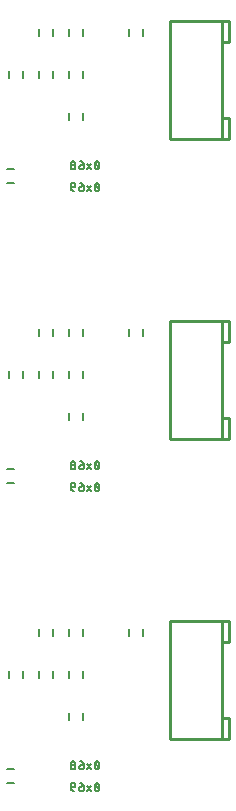
<source format=gbo>
G75*
%MOIN*%
%OFA0B0*%
%FSLAX25Y25*%
%IPPOS*%
%LPD*%
%AMOC8*
5,1,8,0,0,1.08239X$1,22.5*
%
%ADD10C,0.00500*%
%ADD11C,0.00600*%
%ADD12C,0.01000*%
D10*
X0323186Y0027250D02*
X0323186Y0028000D01*
X0323186Y0027250D02*
X0324086Y0027250D01*
X0323186Y0027250D02*
X0323188Y0027183D01*
X0323194Y0027116D01*
X0323203Y0027049D01*
X0323216Y0026983D01*
X0323233Y0026918D01*
X0323253Y0026854D01*
X0323277Y0026791D01*
X0323305Y0026729D01*
X0323336Y0026670D01*
X0323370Y0026612D01*
X0323407Y0026556D01*
X0323448Y0026502D01*
X0323491Y0026450D01*
X0323537Y0026401D01*
X0323586Y0026355D01*
X0323638Y0026312D01*
X0323692Y0026271D01*
X0323748Y0026234D01*
X0323806Y0026200D01*
X0323865Y0026169D01*
X0323927Y0026141D01*
X0323990Y0026117D01*
X0324054Y0026097D01*
X0324119Y0026080D01*
X0324185Y0026067D01*
X0324252Y0026058D01*
X0324319Y0026052D01*
X0324386Y0026050D01*
X0324086Y0027250D02*
X0324133Y0027252D01*
X0324180Y0027257D01*
X0324226Y0027267D01*
X0324271Y0027279D01*
X0324316Y0027296D01*
X0324358Y0027315D01*
X0324399Y0027338D01*
X0324439Y0027365D01*
X0324476Y0027394D01*
X0324510Y0027426D01*
X0324542Y0027460D01*
X0324571Y0027497D01*
X0324598Y0027537D01*
X0324621Y0027578D01*
X0324640Y0027620D01*
X0324657Y0027665D01*
X0324669Y0027710D01*
X0324679Y0027756D01*
X0324684Y0027803D01*
X0324686Y0027850D01*
X0324686Y0028000D01*
X0324684Y0028054D01*
X0324678Y0028107D01*
X0324669Y0028159D01*
X0324656Y0028211D01*
X0324639Y0028262D01*
X0324618Y0028312D01*
X0324594Y0028359D01*
X0324567Y0028405D01*
X0324536Y0028449D01*
X0324503Y0028491D01*
X0324466Y0028530D01*
X0324427Y0028567D01*
X0324385Y0028600D01*
X0324341Y0028631D01*
X0324295Y0028658D01*
X0324248Y0028682D01*
X0324198Y0028703D01*
X0324147Y0028720D01*
X0324095Y0028733D01*
X0324043Y0028742D01*
X0323990Y0028748D01*
X0323936Y0028750D01*
X0323882Y0028748D01*
X0323829Y0028742D01*
X0323777Y0028733D01*
X0323725Y0028720D01*
X0323674Y0028703D01*
X0323624Y0028682D01*
X0323577Y0028658D01*
X0323531Y0028631D01*
X0323487Y0028600D01*
X0323445Y0028567D01*
X0323406Y0028530D01*
X0323369Y0028491D01*
X0323336Y0028449D01*
X0323305Y0028405D01*
X0323278Y0028359D01*
X0323254Y0028312D01*
X0323233Y0028262D01*
X0323216Y0028211D01*
X0323203Y0028159D01*
X0323194Y0028107D01*
X0323188Y0028054D01*
X0323186Y0028000D01*
X0326066Y0026950D02*
X0326066Y0026800D01*
X0326066Y0026950D02*
X0326068Y0026997D01*
X0326073Y0027044D01*
X0326083Y0027090D01*
X0326095Y0027135D01*
X0326112Y0027180D01*
X0326131Y0027222D01*
X0326154Y0027263D01*
X0326181Y0027303D01*
X0326210Y0027340D01*
X0326242Y0027374D01*
X0326276Y0027406D01*
X0326313Y0027435D01*
X0326353Y0027462D01*
X0326394Y0027485D01*
X0326436Y0027504D01*
X0326481Y0027521D01*
X0326526Y0027533D01*
X0326572Y0027543D01*
X0326619Y0027548D01*
X0326666Y0027550D01*
X0327566Y0027550D01*
X0327566Y0026800D01*
X0327564Y0026746D01*
X0327558Y0026693D01*
X0327549Y0026641D01*
X0327536Y0026589D01*
X0327519Y0026538D01*
X0327498Y0026488D01*
X0327474Y0026441D01*
X0327447Y0026395D01*
X0327416Y0026351D01*
X0327383Y0026309D01*
X0327346Y0026270D01*
X0327307Y0026233D01*
X0327265Y0026200D01*
X0327221Y0026169D01*
X0327175Y0026142D01*
X0327128Y0026118D01*
X0327078Y0026097D01*
X0327027Y0026080D01*
X0326975Y0026067D01*
X0326923Y0026058D01*
X0326870Y0026052D01*
X0326816Y0026050D01*
X0326762Y0026052D01*
X0326709Y0026058D01*
X0326657Y0026067D01*
X0326605Y0026080D01*
X0326554Y0026097D01*
X0326504Y0026118D01*
X0326457Y0026142D01*
X0326411Y0026169D01*
X0326367Y0026200D01*
X0326325Y0026233D01*
X0326286Y0026270D01*
X0326249Y0026309D01*
X0326216Y0026351D01*
X0326185Y0026395D01*
X0326158Y0026441D01*
X0326134Y0026488D01*
X0326113Y0026538D01*
X0326096Y0026589D01*
X0326083Y0026641D01*
X0326074Y0026693D01*
X0326068Y0026746D01*
X0326066Y0026800D01*
X0327566Y0027550D02*
X0327564Y0027617D01*
X0327558Y0027684D01*
X0327549Y0027751D01*
X0327536Y0027817D01*
X0327519Y0027882D01*
X0327499Y0027946D01*
X0327475Y0028009D01*
X0327447Y0028071D01*
X0327416Y0028130D01*
X0327382Y0028188D01*
X0327345Y0028244D01*
X0327304Y0028298D01*
X0327261Y0028350D01*
X0327215Y0028399D01*
X0327166Y0028445D01*
X0327114Y0028488D01*
X0327060Y0028529D01*
X0327004Y0028566D01*
X0326946Y0028600D01*
X0326887Y0028631D01*
X0326825Y0028659D01*
X0326762Y0028683D01*
X0326698Y0028703D01*
X0326633Y0028720D01*
X0326567Y0028733D01*
X0326500Y0028742D01*
X0326433Y0028748D01*
X0326366Y0028750D01*
X0328808Y0027850D02*
X0330008Y0026050D01*
X0328808Y0026050D02*
X0330008Y0027850D01*
X0332750Y0027400D02*
X0332748Y0027308D01*
X0332742Y0027217D01*
X0332733Y0027125D01*
X0332720Y0027035D01*
X0332703Y0026944D01*
X0332682Y0026855D01*
X0332658Y0026767D01*
X0332630Y0026679D01*
X0332599Y0026593D01*
X0332563Y0026508D01*
X0332525Y0026425D01*
X0332600Y0026650D02*
X0331400Y0028150D01*
X0331475Y0028375D02*
X0331492Y0028418D01*
X0331512Y0028459D01*
X0331535Y0028498D01*
X0331562Y0028536D01*
X0331592Y0028571D01*
X0331624Y0028603D01*
X0331659Y0028633D01*
X0331696Y0028660D01*
X0331736Y0028683D01*
X0331777Y0028703D01*
X0331820Y0028720D01*
X0331864Y0028733D01*
X0331909Y0028742D01*
X0331954Y0028748D01*
X0332000Y0028750D01*
X0332046Y0028748D01*
X0332091Y0028742D01*
X0332136Y0028733D01*
X0332180Y0028720D01*
X0332223Y0028703D01*
X0332264Y0028683D01*
X0332304Y0028660D01*
X0332341Y0028633D01*
X0332376Y0028603D01*
X0332408Y0028571D01*
X0332438Y0028536D01*
X0332465Y0028498D01*
X0332488Y0028459D01*
X0332508Y0028418D01*
X0332525Y0028375D01*
X0331250Y0027400D02*
X0331252Y0027308D01*
X0331258Y0027217D01*
X0331267Y0027125D01*
X0331280Y0027035D01*
X0331297Y0026944D01*
X0331318Y0026855D01*
X0331342Y0026767D01*
X0331370Y0026679D01*
X0331401Y0026593D01*
X0331437Y0026508D01*
X0331475Y0026425D01*
X0331492Y0026382D01*
X0331512Y0026341D01*
X0331535Y0026302D01*
X0331562Y0026264D01*
X0331592Y0026229D01*
X0331624Y0026197D01*
X0331659Y0026167D01*
X0331696Y0026140D01*
X0331736Y0026117D01*
X0331777Y0026097D01*
X0331820Y0026080D01*
X0331864Y0026067D01*
X0331909Y0026058D01*
X0331954Y0026052D01*
X0332000Y0026050D01*
X0332046Y0026052D01*
X0332091Y0026058D01*
X0332136Y0026067D01*
X0332180Y0026080D01*
X0332223Y0026097D01*
X0332264Y0026117D01*
X0332304Y0026140D01*
X0332341Y0026167D01*
X0332376Y0026197D01*
X0332408Y0026229D01*
X0332438Y0026264D01*
X0332465Y0026302D01*
X0332488Y0026341D01*
X0332508Y0026382D01*
X0332525Y0026425D01*
X0331250Y0027400D02*
X0331252Y0027492D01*
X0331258Y0027583D01*
X0331267Y0027675D01*
X0331280Y0027765D01*
X0331297Y0027856D01*
X0331318Y0027945D01*
X0331342Y0028033D01*
X0331370Y0028121D01*
X0331401Y0028207D01*
X0331437Y0028292D01*
X0331475Y0028375D01*
X0332525Y0028375D02*
X0332563Y0028292D01*
X0332599Y0028207D01*
X0332630Y0028121D01*
X0332658Y0028033D01*
X0332682Y0027945D01*
X0332703Y0027856D01*
X0332720Y0027765D01*
X0332733Y0027675D01*
X0332742Y0027583D01*
X0332748Y0027492D01*
X0332750Y0027400D01*
X0332000Y0033250D02*
X0331954Y0033252D01*
X0331909Y0033258D01*
X0331864Y0033267D01*
X0331820Y0033280D01*
X0331777Y0033297D01*
X0331736Y0033317D01*
X0331696Y0033340D01*
X0331659Y0033367D01*
X0331624Y0033397D01*
X0331592Y0033429D01*
X0331562Y0033464D01*
X0331535Y0033502D01*
X0331512Y0033541D01*
X0331492Y0033582D01*
X0331475Y0033625D01*
X0332000Y0033250D02*
X0332046Y0033252D01*
X0332091Y0033258D01*
X0332136Y0033267D01*
X0332180Y0033280D01*
X0332223Y0033297D01*
X0332264Y0033317D01*
X0332304Y0033340D01*
X0332341Y0033367D01*
X0332376Y0033397D01*
X0332408Y0033429D01*
X0332438Y0033464D01*
X0332465Y0033502D01*
X0332488Y0033541D01*
X0332508Y0033582D01*
X0332525Y0033625D01*
X0332600Y0033850D02*
X0331400Y0035350D01*
X0331475Y0035575D02*
X0331492Y0035618D01*
X0331512Y0035659D01*
X0331535Y0035698D01*
X0331562Y0035736D01*
X0331592Y0035771D01*
X0331624Y0035803D01*
X0331659Y0035833D01*
X0331696Y0035860D01*
X0331736Y0035883D01*
X0331777Y0035903D01*
X0331820Y0035920D01*
X0331864Y0035933D01*
X0331909Y0035942D01*
X0331954Y0035948D01*
X0332000Y0035950D01*
X0332046Y0035948D01*
X0332091Y0035942D01*
X0332136Y0035933D01*
X0332180Y0035920D01*
X0332223Y0035903D01*
X0332264Y0035883D01*
X0332304Y0035860D01*
X0332341Y0035833D01*
X0332376Y0035803D01*
X0332408Y0035771D01*
X0332438Y0035736D01*
X0332465Y0035698D01*
X0332488Y0035659D01*
X0332508Y0035618D01*
X0332525Y0035575D01*
X0331250Y0034600D02*
X0331252Y0034508D01*
X0331258Y0034417D01*
X0331267Y0034325D01*
X0331280Y0034235D01*
X0331297Y0034144D01*
X0331318Y0034055D01*
X0331342Y0033967D01*
X0331370Y0033879D01*
X0331401Y0033793D01*
X0331437Y0033708D01*
X0331475Y0033625D01*
X0332525Y0033625D02*
X0332563Y0033708D01*
X0332599Y0033793D01*
X0332630Y0033879D01*
X0332658Y0033967D01*
X0332682Y0034055D01*
X0332703Y0034144D01*
X0332720Y0034235D01*
X0332733Y0034325D01*
X0332742Y0034417D01*
X0332748Y0034508D01*
X0332750Y0034600D01*
X0331250Y0034600D02*
X0331252Y0034692D01*
X0331258Y0034783D01*
X0331267Y0034875D01*
X0331280Y0034965D01*
X0331297Y0035056D01*
X0331318Y0035145D01*
X0331342Y0035233D01*
X0331370Y0035321D01*
X0331401Y0035407D01*
X0331437Y0035492D01*
X0331475Y0035575D01*
X0332525Y0035575D02*
X0332563Y0035492D01*
X0332599Y0035407D01*
X0332630Y0035321D01*
X0332658Y0035233D01*
X0332682Y0035145D01*
X0332703Y0035056D01*
X0332720Y0034965D01*
X0332733Y0034875D01*
X0332742Y0034783D01*
X0332748Y0034692D01*
X0332750Y0034600D01*
X0330008Y0035050D02*
X0328808Y0033250D01*
X0330008Y0033250D02*
X0328808Y0035050D01*
X0327566Y0034750D02*
X0327566Y0034000D01*
X0327564Y0033946D01*
X0327558Y0033893D01*
X0327549Y0033841D01*
X0327536Y0033789D01*
X0327519Y0033738D01*
X0327498Y0033688D01*
X0327474Y0033641D01*
X0327447Y0033595D01*
X0327416Y0033551D01*
X0327383Y0033509D01*
X0327346Y0033470D01*
X0327307Y0033433D01*
X0327265Y0033400D01*
X0327221Y0033369D01*
X0327175Y0033342D01*
X0327128Y0033318D01*
X0327078Y0033297D01*
X0327027Y0033280D01*
X0326975Y0033267D01*
X0326923Y0033258D01*
X0326870Y0033252D01*
X0326816Y0033250D01*
X0326762Y0033252D01*
X0326709Y0033258D01*
X0326657Y0033267D01*
X0326605Y0033280D01*
X0326554Y0033297D01*
X0326504Y0033318D01*
X0326457Y0033342D01*
X0326411Y0033369D01*
X0326367Y0033400D01*
X0326325Y0033433D01*
X0326286Y0033470D01*
X0326249Y0033509D01*
X0326216Y0033551D01*
X0326185Y0033595D01*
X0326158Y0033641D01*
X0326134Y0033688D01*
X0326113Y0033738D01*
X0326096Y0033789D01*
X0326083Y0033841D01*
X0326074Y0033893D01*
X0326068Y0033946D01*
X0326066Y0034000D01*
X0326066Y0034150D01*
X0326068Y0034197D01*
X0326073Y0034244D01*
X0326083Y0034290D01*
X0326095Y0034335D01*
X0326112Y0034380D01*
X0326131Y0034422D01*
X0326154Y0034463D01*
X0326181Y0034503D01*
X0326210Y0034540D01*
X0326242Y0034574D01*
X0326276Y0034606D01*
X0326313Y0034635D01*
X0326353Y0034662D01*
X0326394Y0034685D01*
X0326436Y0034704D01*
X0326481Y0034721D01*
X0326526Y0034733D01*
X0326572Y0034743D01*
X0326619Y0034748D01*
X0326666Y0034750D01*
X0327566Y0034750D01*
X0327564Y0034817D01*
X0327558Y0034884D01*
X0327549Y0034951D01*
X0327536Y0035017D01*
X0327519Y0035082D01*
X0327499Y0035146D01*
X0327475Y0035209D01*
X0327447Y0035271D01*
X0327416Y0035330D01*
X0327382Y0035388D01*
X0327345Y0035444D01*
X0327304Y0035498D01*
X0327261Y0035550D01*
X0327215Y0035599D01*
X0327166Y0035645D01*
X0327114Y0035688D01*
X0327060Y0035729D01*
X0327004Y0035766D01*
X0326946Y0035800D01*
X0326887Y0035831D01*
X0326825Y0035859D01*
X0326762Y0035883D01*
X0326698Y0035903D01*
X0326633Y0035920D01*
X0326567Y0035933D01*
X0326500Y0035942D01*
X0326433Y0035948D01*
X0326366Y0035950D01*
X0324536Y0035350D02*
X0324534Y0035302D01*
X0324528Y0035254D01*
X0324519Y0035206D01*
X0324505Y0035160D01*
X0324488Y0035115D01*
X0324467Y0035071D01*
X0324443Y0035029D01*
X0324416Y0034990D01*
X0324385Y0034952D01*
X0324352Y0034917D01*
X0324315Y0034885D01*
X0324277Y0034856D01*
X0324236Y0034830D01*
X0324193Y0034808D01*
X0324149Y0034789D01*
X0324103Y0034774D01*
X0324056Y0034762D01*
X0324008Y0034754D01*
X0323960Y0034750D01*
X0323912Y0034750D01*
X0323864Y0034754D01*
X0323816Y0034762D01*
X0323769Y0034774D01*
X0323723Y0034789D01*
X0323679Y0034808D01*
X0323636Y0034830D01*
X0323595Y0034856D01*
X0323557Y0034885D01*
X0323520Y0034917D01*
X0323487Y0034952D01*
X0323456Y0034990D01*
X0323429Y0035029D01*
X0323405Y0035071D01*
X0323384Y0035115D01*
X0323367Y0035160D01*
X0323353Y0035206D01*
X0323344Y0035254D01*
X0323338Y0035302D01*
X0323336Y0035350D01*
X0323338Y0035398D01*
X0323344Y0035446D01*
X0323353Y0035494D01*
X0323367Y0035540D01*
X0323384Y0035585D01*
X0323405Y0035629D01*
X0323429Y0035671D01*
X0323456Y0035710D01*
X0323487Y0035748D01*
X0323520Y0035783D01*
X0323557Y0035815D01*
X0323595Y0035844D01*
X0323636Y0035870D01*
X0323679Y0035892D01*
X0323723Y0035911D01*
X0323769Y0035926D01*
X0323816Y0035938D01*
X0323864Y0035946D01*
X0323912Y0035950D01*
X0323960Y0035950D01*
X0324008Y0035946D01*
X0324056Y0035938D01*
X0324103Y0035926D01*
X0324149Y0035911D01*
X0324193Y0035892D01*
X0324236Y0035870D01*
X0324277Y0035844D01*
X0324315Y0035815D01*
X0324352Y0035783D01*
X0324385Y0035748D01*
X0324416Y0035710D01*
X0324443Y0035671D01*
X0324467Y0035629D01*
X0324488Y0035585D01*
X0324505Y0035540D01*
X0324519Y0035494D01*
X0324528Y0035446D01*
X0324534Y0035398D01*
X0324536Y0035350D01*
X0324686Y0034000D02*
X0324684Y0033946D01*
X0324678Y0033893D01*
X0324669Y0033841D01*
X0324656Y0033789D01*
X0324639Y0033738D01*
X0324618Y0033688D01*
X0324594Y0033641D01*
X0324567Y0033595D01*
X0324536Y0033551D01*
X0324503Y0033509D01*
X0324466Y0033470D01*
X0324427Y0033433D01*
X0324385Y0033400D01*
X0324341Y0033369D01*
X0324295Y0033342D01*
X0324248Y0033318D01*
X0324198Y0033297D01*
X0324147Y0033280D01*
X0324095Y0033267D01*
X0324043Y0033258D01*
X0323990Y0033252D01*
X0323936Y0033250D01*
X0323882Y0033252D01*
X0323829Y0033258D01*
X0323777Y0033267D01*
X0323725Y0033280D01*
X0323674Y0033297D01*
X0323624Y0033318D01*
X0323577Y0033342D01*
X0323531Y0033369D01*
X0323487Y0033400D01*
X0323445Y0033433D01*
X0323406Y0033470D01*
X0323369Y0033509D01*
X0323336Y0033551D01*
X0323305Y0033595D01*
X0323278Y0033641D01*
X0323254Y0033688D01*
X0323233Y0033738D01*
X0323216Y0033789D01*
X0323203Y0033841D01*
X0323194Y0033893D01*
X0323188Y0033946D01*
X0323186Y0034000D01*
X0323188Y0034054D01*
X0323194Y0034107D01*
X0323203Y0034159D01*
X0323216Y0034211D01*
X0323233Y0034262D01*
X0323254Y0034312D01*
X0323278Y0034359D01*
X0323305Y0034405D01*
X0323336Y0034449D01*
X0323369Y0034491D01*
X0323406Y0034530D01*
X0323445Y0034567D01*
X0323487Y0034600D01*
X0323531Y0034631D01*
X0323577Y0034658D01*
X0323624Y0034682D01*
X0323674Y0034703D01*
X0323725Y0034720D01*
X0323777Y0034733D01*
X0323829Y0034742D01*
X0323882Y0034748D01*
X0323936Y0034750D01*
X0323990Y0034748D01*
X0324043Y0034742D01*
X0324095Y0034733D01*
X0324147Y0034720D01*
X0324198Y0034703D01*
X0324248Y0034682D01*
X0324295Y0034658D01*
X0324341Y0034631D01*
X0324385Y0034600D01*
X0324427Y0034567D01*
X0324466Y0034530D01*
X0324503Y0034491D01*
X0324536Y0034449D01*
X0324567Y0034405D01*
X0324594Y0034359D01*
X0324618Y0034312D01*
X0324639Y0034262D01*
X0324656Y0034211D01*
X0324669Y0034159D01*
X0324678Y0034107D01*
X0324684Y0034054D01*
X0324686Y0034000D01*
X0361063Y0082685D02*
X0368937Y0082685D01*
X0332600Y0126650D02*
X0331400Y0128150D01*
X0331475Y0128375D02*
X0331492Y0128418D01*
X0331512Y0128459D01*
X0331535Y0128498D01*
X0331562Y0128536D01*
X0331592Y0128571D01*
X0331624Y0128603D01*
X0331659Y0128633D01*
X0331696Y0128660D01*
X0331736Y0128683D01*
X0331777Y0128703D01*
X0331820Y0128720D01*
X0331864Y0128733D01*
X0331909Y0128742D01*
X0331954Y0128748D01*
X0332000Y0128750D01*
X0332046Y0128748D01*
X0332091Y0128742D01*
X0332136Y0128733D01*
X0332180Y0128720D01*
X0332223Y0128703D01*
X0332264Y0128683D01*
X0332304Y0128660D01*
X0332341Y0128633D01*
X0332376Y0128603D01*
X0332408Y0128571D01*
X0332438Y0128536D01*
X0332465Y0128498D01*
X0332488Y0128459D01*
X0332508Y0128418D01*
X0332525Y0128375D01*
X0331250Y0127400D02*
X0331252Y0127308D01*
X0331258Y0127217D01*
X0331267Y0127125D01*
X0331280Y0127035D01*
X0331297Y0126944D01*
X0331318Y0126855D01*
X0331342Y0126767D01*
X0331370Y0126679D01*
X0331401Y0126593D01*
X0331437Y0126508D01*
X0331475Y0126425D01*
X0331492Y0126382D01*
X0331512Y0126341D01*
X0331535Y0126302D01*
X0331562Y0126264D01*
X0331592Y0126229D01*
X0331624Y0126197D01*
X0331659Y0126167D01*
X0331696Y0126140D01*
X0331736Y0126117D01*
X0331777Y0126097D01*
X0331820Y0126080D01*
X0331864Y0126067D01*
X0331909Y0126058D01*
X0331954Y0126052D01*
X0332000Y0126050D01*
X0332046Y0126052D01*
X0332091Y0126058D01*
X0332136Y0126067D01*
X0332180Y0126080D01*
X0332223Y0126097D01*
X0332264Y0126117D01*
X0332304Y0126140D01*
X0332341Y0126167D01*
X0332376Y0126197D01*
X0332408Y0126229D01*
X0332438Y0126264D01*
X0332465Y0126302D01*
X0332488Y0126341D01*
X0332508Y0126382D01*
X0332525Y0126425D01*
X0331250Y0127400D02*
X0331252Y0127492D01*
X0331258Y0127583D01*
X0331267Y0127675D01*
X0331280Y0127765D01*
X0331297Y0127856D01*
X0331318Y0127945D01*
X0331342Y0128033D01*
X0331370Y0128121D01*
X0331401Y0128207D01*
X0331437Y0128292D01*
X0331475Y0128375D01*
X0332750Y0127400D02*
X0332748Y0127308D01*
X0332742Y0127217D01*
X0332733Y0127125D01*
X0332720Y0127035D01*
X0332703Y0126944D01*
X0332682Y0126855D01*
X0332658Y0126767D01*
X0332630Y0126679D01*
X0332599Y0126593D01*
X0332563Y0126508D01*
X0332525Y0126425D01*
X0332750Y0127400D02*
X0332748Y0127492D01*
X0332742Y0127583D01*
X0332733Y0127675D01*
X0332720Y0127765D01*
X0332703Y0127856D01*
X0332682Y0127945D01*
X0332658Y0128033D01*
X0332630Y0128121D01*
X0332599Y0128207D01*
X0332563Y0128292D01*
X0332525Y0128375D01*
X0330008Y0127850D02*
X0328808Y0126050D01*
X0330008Y0126050D02*
X0328808Y0127850D01*
X0327566Y0127550D02*
X0327566Y0126800D01*
X0327564Y0126746D01*
X0327558Y0126693D01*
X0327549Y0126641D01*
X0327536Y0126589D01*
X0327519Y0126538D01*
X0327498Y0126488D01*
X0327474Y0126441D01*
X0327447Y0126395D01*
X0327416Y0126351D01*
X0327383Y0126309D01*
X0327346Y0126270D01*
X0327307Y0126233D01*
X0327265Y0126200D01*
X0327221Y0126169D01*
X0327175Y0126142D01*
X0327128Y0126118D01*
X0327078Y0126097D01*
X0327027Y0126080D01*
X0326975Y0126067D01*
X0326923Y0126058D01*
X0326870Y0126052D01*
X0326816Y0126050D01*
X0326762Y0126052D01*
X0326709Y0126058D01*
X0326657Y0126067D01*
X0326605Y0126080D01*
X0326554Y0126097D01*
X0326504Y0126118D01*
X0326457Y0126142D01*
X0326411Y0126169D01*
X0326367Y0126200D01*
X0326325Y0126233D01*
X0326286Y0126270D01*
X0326249Y0126309D01*
X0326216Y0126351D01*
X0326185Y0126395D01*
X0326158Y0126441D01*
X0326134Y0126488D01*
X0326113Y0126538D01*
X0326096Y0126589D01*
X0326083Y0126641D01*
X0326074Y0126693D01*
X0326068Y0126746D01*
X0326066Y0126800D01*
X0326066Y0126950D01*
X0326068Y0126997D01*
X0326073Y0127044D01*
X0326083Y0127090D01*
X0326095Y0127135D01*
X0326112Y0127180D01*
X0326131Y0127222D01*
X0326154Y0127263D01*
X0326181Y0127303D01*
X0326210Y0127340D01*
X0326242Y0127374D01*
X0326276Y0127406D01*
X0326313Y0127435D01*
X0326353Y0127462D01*
X0326394Y0127485D01*
X0326436Y0127504D01*
X0326481Y0127521D01*
X0326526Y0127533D01*
X0326572Y0127543D01*
X0326619Y0127548D01*
X0326666Y0127550D01*
X0327566Y0127550D01*
X0327564Y0127617D01*
X0327558Y0127684D01*
X0327549Y0127751D01*
X0327536Y0127817D01*
X0327519Y0127882D01*
X0327499Y0127946D01*
X0327475Y0128009D01*
X0327447Y0128071D01*
X0327416Y0128130D01*
X0327382Y0128188D01*
X0327345Y0128244D01*
X0327304Y0128298D01*
X0327261Y0128350D01*
X0327215Y0128399D01*
X0327166Y0128445D01*
X0327114Y0128488D01*
X0327060Y0128529D01*
X0327004Y0128566D01*
X0326946Y0128600D01*
X0326887Y0128631D01*
X0326825Y0128659D01*
X0326762Y0128683D01*
X0326698Y0128703D01*
X0326633Y0128720D01*
X0326567Y0128733D01*
X0326500Y0128742D01*
X0326433Y0128748D01*
X0326366Y0128750D01*
X0324686Y0128000D02*
X0324686Y0127850D01*
X0324684Y0127803D01*
X0324679Y0127756D01*
X0324669Y0127710D01*
X0324657Y0127665D01*
X0324640Y0127620D01*
X0324621Y0127578D01*
X0324598Y0127537D01*
X0324571Y0127497D01*
X0324542Y0127460D01*
X0324510Y0127426D01*
X0324476Y0127394D01*
X0324439Y0127365D01*
X0324399Y0127338D01*
X0324358Y0127315D01*
X0324316Y0127296D01*
X0324271Y0127279D01*
X0324226Y0127267D01*
X0324180Y0127257D01*
X0324133Y0127252D01*
X0324086Y0127250D01*
X0323186Y0127250D01*
X0323186Y0128000D01*
X0323188Y0128054D01*
X0323194Y0128107D01*
X0323203Y0128159D01*
X0323216Y0128211D01*
X0323233Y0128262D01*
X0323254Y0128312D01*
X0323278Y0128359D01*
X0323305Y0128405D01*
X0323336Y0128449D01*
X0323369Y0128491D01*
X0323406Y0128530D01*
X0323445Y0128567D01*
X0323487Y0128600D01*
X0323531Y0128631D01*
X0323577Y0128658D01*
X0323624Y0128682D01*
X0323674Y0128703D01*
X0323725Y0128720D01*
X0323777Y0128733D01*
X0323829Y0128742D01*
X0323882Y0128748D01*
X0323936Y0128750D01*
X0323990Y0128748D01*
X0324043Y0128742D01*
X0324095Y0128733D01*
X0324147Y0128720D01*
X0324198Y0128703D01*
X0324248Y0128682D01*
X0324295Y0128658D01*
X0324341Y0128631D01*
X0324385Y0128600D01*
X0324427Y0128567D01*
X0324466Y0128530D01*
X0324503Y0128491D01*
X0324536Y0128449D01*
X0324567Y0128405D01*
X0324594Y0128359D01*
X0324618Y0128312D01*
X0324639Y0128262D01*
X0324656Y0128211D01*
X0324669Y0128159D01*
X0324678Y0128107D01*
X0324684Y0128054D01*
X0324686Y0128000D01*
X0323186Y0127250D02*
X0323188Y0127183D01*
X0323194Y0127116D01*
X0323203Y0127049D01*
X0323216Y0126983D01*
X0323233Y0126918D01*
X0323253Y0126854D01*
X0323277Y0126791D01*
X0323305Y0126729D01*
X0323336Y0126670D01*
X0323370Y0126612D01*
X0323407Y0126556D01*
X0323448Y0126502D01*
X0323491Y0126450D01*
X0323537Y0126401D01*
X0323586Y0126355D01*
X0323638Y0126312D01*
X0323692Y0126271D01*
X0323748Y0126234D01*
X0323806Y0126200D01*
X0323865Y0126169D01*
X0323927Y0126141D01*
X0323990Y0126117D01*
X0324054Y0126097D01*
X0324119Y0126080D01*
X0324185Y0126067D01*
X0324252Y0126058D01*
X0324319Y0126052D01*
X0324386Y0126050D01*
X0324686Y0134000D02*
X0324684Y0133946D01*
X0324678Y0133893D01*
X0324669Y0133841D01*
X0324656Y0133789D01*
X0324639Y0133738D01*
X0324618Y0133688D01*
X0324594Y0133641D01*
X0324567Y0133595D01*
X0324536Y0133551D01*
X0324503Y0133509D01*
X0324466Y0133470D01*
X0324427Y0133433D01*
X0324385Y0133400D01*
X0324341Y0133369D01*
X0324295Y0133342D01*
X0324248Y0133318D01*
X0324198Y0133297D01*
X0324147Y0133280D01*
X0324095Y0133267D01*
X0324043Y0133258D01*
X0323990Y0133252D01*
X0323936Y0133250D01*
X0323882Y0133252D01*
X0323829Y0133258D01*
X0323777Y0133267D01*
X0323725Y0133280D01*
X0323674Y0133297D01*
X0323624Y0133318D01*
X0323577Y0133342D01*
X0323531Y0133369D01*
X0323487Y0133400D01*
X0323445Y0133433D01*
X0323406Y0133470D01*
X0323369Y0133509D01*
X0323336Y0133551D01*
X0323305Y0133595D01*
X0323278Y0133641D01*
X0323254Y0133688D01*
X0323233Y0133738D01*
X0323216Y0133789D01*
X0323203Y0133841D01*
X0323194Y0133893D01*
X0323188Y0133946D01*
X0323186Y0134000D01*
X0323188Y0134054D01*
X0323194Y0134107D01*
X0323203Y0134159D01*
X0323216Y0134211D01*
X0323233Y0134262D01*
X0323254Y0134312D01*
X0323278Y0134359D01*
X0323305Y0134405D01*
X0323336Y0134449D01*
X0323369Y0134491D01*
X0323406Y0134530D01*
X0323445Y0134567D01*
X0323487Y0134600D01*
X0323531Y0134631D01*
X0323577Y0134658D01*
X0323624Y0134682D01*
X0323674Y0134703D01*
X0323725Y0134720D01*
X0323777Y0134733D01*
X0323829Y0134742D01*
X0323882Y0134748D01*
X0323936Y0134750D01*
X0323990Y0134748D01*
X0324043Y0134742D01*
X0324095Y0134733D01*
X0324147Y0134720D01*
X0324198Y0134703D01*
X0324248Y0134682D01*
X0324295Y0134658D01*
X0324341Y0134631D01*
X0324385Y0134600D01*
X0324427Y0134567D01*
X0324466Y0134530D01*
X0324503Y0134491D01*
X0324536Y0134449D01*
X0324567Y0134405D01*
X0324594Y0134359D01*
X0324618Y0134312D01*
X0324639Y0134262D01*
X0324656Y0134211D01*
X0324669Y0134159D01*
X0324678Y0134107D01*
X0324684Y0134054D01*
X0324686Y0134000D01*
X0326066Y0134000D02*
X0326066Y0134150D01*
X0326068Y0134197D01*
X0326073Y0134244D01*
X0326083Y0134290D01*
X0326095Y0134335D01*
X0326112Y0134380D01*
X0326131Y0134422D01*
X0326154Y0134463D01*
X0326181Y0134503D01*
X0326210Y0134540D01*
X0326242Y0134574D01*
X0326276Y0134606D01*
X0326313Y0134635D01*
X0326353Y0134662D01*
X0326394Y0134685D01*
X0326436Y0134704D01*
X0326481Y0134721D01*
X0326526Y0134733D01*
X0326572Y0134743D01*
X0326619Y0134748D01*
X0326666Y0134750D01*
X0327566Y0134750D01*
X0327566Y0134000D01*
X0327564Y0133946D01*
X0327558Y0133893D01*
X0327549Y0133841D01*
X0327536Y0133789D01*
X0327519Y0133738D01*
X0327498Y0133688D01*
X0327474Y0133641D01*
X0327447Y0133595D01*
X0327416Y0133551D01*
X0327383Y0133509D01*
X0327346Y0133470D01*
X0327307Y0133433D01*
X0327265Y0133400D01*
X0327221Y0133369D01*
X0327175Y0133342D01*
X0327128Y0133318D01*
X0327078Y0133297D01*
X0327027Y0133280D01*
X0326975Y0133267D01*
X0326923Y0133258D01*
X0326870Y0133252D01*
X0326816Y0133250D01*
X0326762Y0133252D01*
X0326709Y0133258D01*
X0326657Y0133267D01*
X0326605Y0133280D01*
X0326554Y0133297D01*
X0326504Y0133318D01*
X0326457Y0133342D01*
X0326411Y0133369D01*
X0326367Y0133400D01*
X0326325Y0133433D01*
X0326286Y0133470D01*
X0326249Y0133509D01*
X0326216Y0133551D01*
X0326185Y0133595D01*
X0326158Y0133641D01*
X0326134Y0133688D01*
X0326113Y0133738D01*
X0326096Y0133789D01*
X0326083Y0133841D01*
X0326074Y0133893D01*
X0326068Y0133946D01*
X0326066Y0134000D01*
X0327566Y0134750D02*
X0327564Y0134817D01*
X0327558Y0134884D01*
X0327549Y0134951D01*
X0327536Y0135017D01*
X0327519Y0135082D01*
X0327499Y0135146D01*
X0327475Y0135209D01*
X0327447Y0135271D01*
X0327416Y0135330D01*
X0327382Y0135388D01*
X0327345Y0135444D01*
X0327304Y0135498D01*
X0327261Y0135550D01*
X0327215Y0135599D01*
X0327166Y0135645D01*
X0327114Y0135688D01*
X0327060Y0135729D01*
X0327004Y0135766D01*
X0326946Y0135800D01*
X0326887Y0135831D01*
X0326825Y0135859D01*
X0326762Y0135883D01*
X0326698Y0135903D01*
X0326633Y0135920D01*
X0326567Y0135933D01*
X0326500Y0135942D01*
X0326433Y0135948D01*
X0326366Y0135950D01*
X0324536Y0135350D02*
X0324534Y0135302D01*
X0324528Y0135254D01*
X0324519Y0135206D01*
X0324505Y0135160D01*
X0324488Y0135115D01*
X0324467Y0135071D01*
X0324443Y0135029D01*
X0324416Y0134990D01*
X0324385Y0134952D01*
X0324352Y0134917D01*
X0324315Y0134885D01*
X0324277Y0134856D01*
X0324236Y0134830D01*
X0324193Y0134808D01*
X0324149Y0134789D01*
X0324103Y0134774D01*
X0324056Y0134762D01*
X0324008Y0134754D01*
X0323960Y0134750D01*
X0323912Y0134750D01*
X0323864Y0134754D01*
X0323816Y0134762D01*
X0323769Y0134774D01*
X0323723Y0134789D01*
X0323679Y0134808D01*
X0323636Y0134830D01*
X0323595Y0134856D01*
X0323557Y0134885D01*
X0323520Y0134917D01*
X0323487Y0134952D01*
X0323456Y0134990D01*
X0323429Y0135029D01*
X0323405Y0135071D01*
X0323384Y0135115D01*
X0323367Y0135160D01*
X0323353Y0135206D01*
X0323344Y0135254D01*
X0323338Y0135302D01*
X0323336Y0135350D01*
X0323338Y0135398D01*
X0323344Y0135446D01*
X0323353Y0135494D01*
X0323367Y0135540D01*
X0323384Y0135585D01*
X0323405Y0135629D01*
X0323429Y0135671D01*
X0323456Y0135710D01*
X0323487Y0135748D01*
X0323520Y0135783D01*
X0323557Y0135815D01*
X0323595Y0135844D01*
X0323636Y0135870D01*
X0323679Y0135892D01*
X0323723Y0135911D01*
X0323769Y0135926D01*
X0323816Y0135938D01*
X0323864Y0135946D01*
X0323912Y0135950D01*
X0323960Y0135950D01*
X0324008Y0135946D01*
X0324056Y0135938D01*
X0324103Y0135926D01*
X0324149Y0135911D01*
X0324193Y0135892D01*
X0324236Y0135870D01*
X0324277Y0135844D01*
X0324315Y0135815D01*
X0324352Y0135783D01*
X0324385Y0135748D01*
X0324416Y0135710D01*
X0324443Y0135671D01*
X0324467Y0135629D01*
X0324488Y0135585D01*
X0324505Y0135540D01*
X0324519Y0135494D01*
X0324528Y0135446D01*
X0324534Y0135398D01*
X0324536Y0135350D01*
X0328808Y0135050D02*
X0330008Y0133250D01*
X0328808Y0133250D02*
X0330008Y0135050D01*
X0332750Y0134600D02*
X0332748Y0134508D01*
X0332742Y0134417D01*
X0332733Y0134325D01*
X0332720Y0134235D01*
X0332703Y0134144D01*
X0332682Y0134055D01*
X0332658Y0133967D01*
X0332630Y0133879D01*
X0332599Y0133793D01*
X0332563Y0133708D01*
X0332525Y0133625D01*
X0332600Y0133850D02*
X0331400Y0135350D01*
X0331475Y0135575D02*
X0331492Y0135618D01*
X0331512Y0135659D01*
X0331535Y0135698D01*
X0331562Y0135736D01*
X0331592Y0135771D01*
X0331624Y0135803D01*
X0331659Y0135833D01*
X0331696Y0135860D01*
X0331736Y0135883D01*
X0331777Y0135903D01*
X0331820Y0135920D01*
X0331864Y0135933D01*
X0331909Y0135942D01*
X0331954Y0135948D01*
X0332000Y0135950D01*
X0332046Y0135948D01*
X0332091Y0135942D01*
X0332136Y0135933D01*
X0332180Y0135920D01*
X0332223Y0135903D01*
X0332264Y0135883D01*
X0332304Y0135860D01*
X0332341Y0135833D01*
X0332376Y0135803D01*
X0332408Y0135771D01*
X0332438Y0135736D01*
X0332465Y0135698D01*
X0332488Y0135659D01*
X0332508Y0135618D01*
X0332525Y0135575D01*
X0331250Y0134600D02*
X0331252Y0134508D01*
X0331258Y0134417D01*
X0331267Y0134325D01*
X0331280Y0134235D01*
X0331297Y0134144D01*
X0331318Y0134055D01*
X0331342Y0133967D01*
X0331370Y0133879D01*
X0331401Y0133793D01*
X0331437Y0133708D01*
X0331475Y0133625D01*
X0331492Y0133582D01*
X0331512Y0133541D01*
X0331535Y0133502D01*
X0331562Y0133464D01*
X0331592Y0133429D01*
X0331624Y0133397D01*
X0331659Y0133367D01*
X0331696Y0133340D01*
X0331736Y0133317D01*
X0331777Y0133297D01*
X0331820Y0133280D01*
X0331864Y0133267D01*
X0331909Y0133258D01*
X0331954Y0133252D01*
X0332000Y0133250D01*
X0332046Y0133252D01*
X0332091Y0133258D01*
X0332136Y0133267D01*
X0332180Y0133280D01*
X0332223Y0133297D01*
X0332264Y0133317D01*
X0332304Y0133340D01*
X0332341Y0133367D01*
X0332376Y0133397D01*
X0332408Y0133429D01*
X0332438Y0133464D01*
X0332465Y0133502D01*
X0332488Y0133541D01*
X0332508Y0133582D01*
X0332525Y0133625D01*
X0331250Y0134600D02*
X0331252Y0134692D01*
X0331258Y0134783D01*
X0331267Y0134875D01*
X0331280Y0134965D01*
X0331297Y0135056D01*
X0331318Y0135145D01*
X0331342Y0135233D01*
X0331370Y0135321D01*
X0331401Y0135407D01*
X0331437Y0135492D01*
X0331475Y0135575D01*
X0332525Y0135575D02*
X0332563Y0135492D01*
X0332599Y0135407D01*
X0332630Y0135321D01*
X0332658Y0135233D01*
X0332682Y0135145D01*
X0332703Y0135056D01*
X0332720Y0134965D01*
X0332733Y0134875D01*
X0332742Y0134783D01*
X0332748Y0134692D01*
X0332750Y0134600D01*
X0361063Y0182685D02*
X0368937Y0182685D01*
X0332600Y0226650D02*
X0331400Y0228150D01*
X0331475Y0228375D02*
X0331492Y0228418D01*
X0331512Y0228459D01*
X0331535Y0228498D01*
X0331562Y0228536D01*
X0331592Y0228571D01*
X0331624Y0228603D01*
X0331659Y0228633D01*
X0331696Y0228660D01*
X0331736Y0228683D01*
X0331777Y0228703D01*
X0331820Y0228720D01*
X0331864Y0228733D01*
X0331909Y0228742D01*
X0331954Y0228748D01*
X0332000Y0228750D01*
X0332046Y0228748D01*
X0332091Y0228742D01*
X0332136Y0228733D01*
X0332180Y0228720D01*
X0332223Y0228703D01*
X0332264Y0228683D01*
X0332304Y0228660D01*
X0332341Y0228633D01*
X0332376Y0228603D01*
X0332408Y0228571D01*
X0332438Y0228536D01*
X0332465Y0228498D01*
X0332488Y0228459D01*
X0332508Y0228418D01*
X0332525Y0228375D01*
X0331250Y0227400D02*
X0331252Y0227308D01*
X0331258Y0227217D01*
X0331267Y0227125D01*
X0331280Y0227035D01*
X0331297Y0226944D01*
X0331318Y0226855D01*
X0331342Y0226767D01*
X0331370Y0226679D01*
X0331401Y0226593D01*
X0331437Y0226508D01*
X0331475Y0226425D01*
X0331492Y0226382D01*
X0331512Y0226341D01*
X0331535Y0226302D01*
X0331562Y0226264D01*
X0331592Y0226229D01*
X0331624Y0226197D01*
X0331659Y0226167D01*
X0331696Y0226140D01*
X0331736Y0226117D01*
X0331777Y0226097D01*
X0331820Y0226080D01*
X0331864Y0226067D01*
X0331909Y0226058D01*
X0331954Y0226052D01*
X0332000Y0226050D01*
X0332046Y0226052D01*
X0332091Y0226058D01*
X0332136Y0226067D01*
X0332180Y0226080D01*
X0332223Y0226097D01*
X0332264Y0226117D01*
X0332304Y0226140D01*
X0332341Y0226167D01*
X0332376Y0226197D01*
X0332408Y0226229D01*
X0332438Y0226264D01*
X0332465Y0226302D01*
X0332488Y0226341D01*
X0332508Y0226382D01*
X0332525Y0226425D01*
X0331250Y0227400D02*
X0331252Y0227492D01*
X0331258Y0227583D01*
X0331267Y0227675D01*
X0331280Y0227765D01*
X0331297Y0227856D01*
X0331318Y0227945D01*
X0331342Y0228033D01*
X0331370Y0228121D01*
X0331401Y0228207D01*
X0331437Y0228292D01*
X0331475Y0228375D01*
X0332750Y0227400D02*
X0332748Y0227308D01*
X0332742Y0227217D01*
X0332733Y0227125D01*
X0332720Y0227035D01*
X0332703Y0226944D01*
X0332682Y0226855D01*
X0332658Y0226767D01*
X0332630Y0226679D01*
X0332599Y0226593D01*
X0332563Y0226508D01*
X0332525Y0226425D01*
X0332750Y0227400D02*
X0332748Y0227492D01*
X0332742Y0227583D01*
X0332733Y0227675D01*
X0332720Y0227765D01*
X0332703Y0227856D01*
X0332682Y0227945D01*
X0332658Y0228033D01*
X0332630Y0228121D01*
X0332599Y0228207D01*
X0332563Y0228292D01*
X0332525Y0228375D01*
X0330008Y0227850D02*
X0328808Y0226050D01*
X0330008Y0226050D02*
X0328808Y0227850D01*
X0327566Y0227550D02*
X0327566Y0226800D01*
X0327564Y0226746D01*
X0327558Y0226693D01*
X0327549Y0226641D01*
X0327536Y0226589D01*
X0327519Y0226538D01*
X0327498Y0226488D01*
X0327474Y0226441D01*
X0327447Y0226395D01*
X0327416Y0226351D01*
X0327383Y0226309D01*
X0327346Y0226270D01*
X0327307Y0226233D01*
X0327265Y0226200D01*
X0327221Y0226169D01*
X0327175Y0226142D01*
X0327128Y0226118D01*
X0327078Y0226097D01*
X0327027Y0226080D01*
X0326975Y0226067D01*
X0326923Y0226058D01*
X0326870Y0226052D01*
X0326816Y0226050D01*
X0326762Y0226052D01*
X0326709Y0226058D01*
X0326657Y0226067D01*
X0326605Y0226080D01*
X0326554Y0226097D01*
X0326504Y0226118D01*
X0326457Y0226142D01*
X0326411Y0226169D01*
X0326367Y0226200D01*
X0326325Y0226233D01*
X0326286Y0226270D01*
X0326249Y0226309D01*
X0326216Y0226351D01*
X0326185Y0226395D01*
X0326158Y0226441D01*
X0326134Y0226488D01*
X0326113Y0226538D01*
X0326096Y0226589D01*
X0326083Y0226641D01*
X0326074Y0226693D01*
X0326068Y0226746D01*
X0326066Y0226800D01*
X0326066Y0226950D01*
X0326068Y0226997D01*
X0326073Y0227044D01*
X0326083Y0227090D01*
X0326095Y0227135D01*
X0326112Y0227180D01*
X0326131Y0227222D01*
X0326154Y0227263D01*
X0326181Y0227303D01*
X0326210Y0227340D01*
X0326242Y0227374D01*
X0326276Y0227406D01*
X0326313Y0227435D01*
X0326353Y0227462D01*
X0326394Y0227485D01*
X0326436Y0227504D01*
X0326481Y0227521D01*
X0326526Y0227533D01*
X0326572Y0227543D01*
X0326619Y0227548D01*
X0326666Y0227550D01*
X0327566Y0227550D01*
X0327564Y0227617D01*
X0327558Y0227684D01*
X0327549Y0227751D01*
X0327536Y0227817D01*
X0327519Y0227882D01*
X0327499Y0227946D01*
X0327475Y0228009D01*
X0327447Y0228071D01*
X0327416Y0228130D01*
X0327382Y0228188D01*
X0327345Y0228244D01*
X0327304Y0228298D01*
X0327261Y0228350D01*
X0327215Y0228399D01*
X0327166Y0228445D01*
X0327114Y0228488D01*
X0327060Y0228529D01*
X0327004Y0228566D01*
X0326946Y0228600D01*
X0326887Y0228631D01*
X0326825Y0228659D01*
X0326762Y0228683D01*
X0326698Y0228703D01*
X0326633Y0228720D01*
X0326567Y0228733D01*
X0326500Y0228742D01*
X0326433Y0228748D01*
X0326366Y0228750D01*
X0324686Y0228000D02*
X0324686Y0227850D01*
X0324684Y0227803D01*
X0324679Y0227756D01*
X0324669Y0227710D01*
X0324657Y0227665D01*
X0324640Y0227620D01*
X0324621Y0227578D01*
X0324598Y0227537D01*
X0324571Y0227497D01*
X0324542Y0227460D01*
X0324510Y0227426D01*
X0324476Y0227394D01*
X0324439Y0227365D01*
X0324399Y0227338D01*
X0324358Y0227315D01*
X0324316Y0227296D01*
X0324271Y0227279D01*
X0324226Y0227267D01*
X0324180Y0227257D01*
X0324133Y0227252D01*
X0324086Y0227250D01*
X0323186Y0227250D01*
X0323186Y0228000D01*
X0323188Y0228054D01*
X0323194Y0228107D01*
X0323203Y0228159D01*
X0323216Y0228211D01*
X0323233Y0228262D01*
X0323254Y0228312D01*
X0323278Y0228359D01*
X0323305Y0228405D01*
X0323336Y0228449D01*
X0323369Y0228491D01*
X0323406Y0228530D01*
X0323445Y0228567D01*
X0323487Y0228600D01*
X0323531Y0228631D01*
X0323577Y0228658D01*
X0323624Y0228682D01*
X0323674Y0228703D01*
X0323725Y0228720D01*
X0323777Y0228733D01*
X0323829Y0228742D01*
X0323882Y0228748D01*
X0323936Y0228750D01*
X0323990Y0228748D01*
X0324043Y0228742D01*
X0324095Y0228733D01*
X0324147Y0228720D01*
X0324198Y0228703D01*
X0324248Y0228682D01*
X0324295Y0228658D01*
X0324341Y0228631D01*
X0324385Y0228600D01*
X0324427Y0228567D01*
X0324466Y0228530D01*
X0324503Y0228491D01*
X0324536Y0228449D01*
X0324567Y0228405D01*
X0324594Y0228359D01*
X0324618Y0228312D01*
X0324639Y0228262D01*
X0324656Y0228211D01*
X0324669Y0228159D01*
X0324678Y0228107D01*
X0324684Y0228054D01*
X0324686Y0228000D01*
X0323186Y0227250D02*
X0323188Y0227183D01*
X0323194Y0227116D01*
X0323203Y0227049D01*
X0323216Y0226983D01*
X0323233Y0226918D01*
X0323253Y0226854D01*
X0323277Y0226791D01*
X0323305Y0226729D01*
X0323336Y0226670D01*
X0323370Y0226612D01*
X0323407Y0226556D01*
X0323448Y0226502D01*
X0323491Y0226450D01*
X0323537Y0226401D01*
X0323586Y0226355D01*
X0323638Y0226312D01*
X0323692Y0226271D01*
X0323748Y0226234D01*
X0323806Y0226200D01*
X0323865Y0226169D01*
X0323927Y0226141D01*
X0323990Y0226117D01*
X0324054Y0226097D01*
X0324119Y0226080D01*
X0324185Y0226067D01*
X0324252Y0226058D01*
X0324319Y0226052D01*
X0324386Y0226050D01*
X0324686Y0234000D02*
X0324684Y0233946D01*
X0324678Y0233893D01*
X0324669Y0233841D01*
X0324656Y0233789D01*
X0324639Y0233738D01*
X0324618Y0233688D01*
X0324594Y0233641D01*
X0324567Y0233595D01*
X0324536Y0233551D01*
X0324503Y0233509D01*
X0324466Y0233470D01*
X0324427Y0233433D01*
X0324385Y0233400D01*
X0324341Y0233369D01*
X0324295Y0233342D01*
X0324248Y0233318D01*
X0324198Y0233297D01*
X0324147Y0233280D01*
X0324095Y0233267D01*
X0324043Y0233258D01*
X0323990Y0233252D01*
X0323936Y0233250D01*
X0323882Y0233252D01*
X0323829Y0233258D01*
X0323777Y0233267D01*
X0323725Y0233280D01*
X0323674Y0233297D01*
X0323624Y0233318D01*
X0323577Y0233342D01*
X0323531Y0233369D01*
X0323487Y0233400D01*
X0323445Y0233433D01*
X0323406Y0233470D01*
X0323369Y0233509D01*
X0323336Y0233551D01*
X0323305Y0233595D01*
X0323278Y0233641D01*
X0323254Y0233688D01*
X0323233Y0233738D01*
X0323216Y0233789D01*
X0323203Y0233841D01*
X0323194Y0233893D01*
X0323188Y0233946D01*
X0323186Y0234000D01*
X0323188Y0234054D01*
X0323194Y0234107D01*
X0323203Y0234159D01*
X0323216Y0234211D01*
X0323233Y0234262D01*
X0323254Y0234312D01*
X0323278Y0234359D01*
X0323305Y0234405D01*
X0323336Y0234449D01*
X0323369Y0234491D01*
X0323406Y0234530D01*
X0323445Y0234567D01*
X0323487Y0234600D01*
X0323531Y0234631D01*
X0323577Y0234658D01*
X0323624Y0234682D01*
X0323674Y0234703D01*
X0323725Y0234720D01*
X0323777Y0234733D01*
X0323829Y0234742D01*
X0323882Y0234748D01*
X0323936Y0234750D01*
X0323990Y0234748D01*
X0324043Y0234742D01*
X0324095Y0234733D01*
X0324147Y0234720D01*
X0324198Y0234703D01*
X0324248Y0234682D01*
X0324295Y0234658D01*
X0324341Y0234631D01*
X0324385Y0234600D01*
X0324427Y0234567D01*
X0324466Y0234530D01*
X0324503Y0234491D01*
X0324536Y0234449D01*
X0324567Y0234405D01*
X0324594Y0234359D01*
X0324618Y0234312D01*
X0324639Y0234262D01*
X0324656Y0234211D01*
X0324669Y0234159D01*
X0324678Y0234107D01*
X0324684Y0234054D01*
X0324686Y0234000D01*
X0326066Y0234000D02*
X0326066Y0234150D01*
X0326068Y0234197D01*
X0326073Y0234244D01*
X0326083Y0234290D01*
X0326095Y0234335D01*
X0326112Y0234380D01*
X0326131Y0234422D01*
X0326154Y0234463D01*
X0326181Y0234503D01*
X0326210Y0234540D01*
X0326242Y0234574D01*
X0326276Y0234606D01*
X0326313Y0234635D01*
X0326353Y0234662D01*
X0326394Y0234685D01*
X0326436Y0234704D01*
X0326481Y0234721D01*
X0326526Y0234733D01*
X0326572Y0234743D01*
X0326619Y0234748D01*
X0326666Y0234750D01*
X0327566Y0234750D01*
X0327566Y0234000D01*
X0327564Y0233946D01*
X0327558Y0233893D01*
X0327549Y0233841D01*
X0327536Y0233789D01*
X0327519Y0233738D01*
X0327498Y0233688D01*
X0327474Y0233641D01*
X0327447Y0233595D01*
X0327416Y0233551D01*
X0327383Y0233509D01*
X0327346Y0233470D01*
X0327307Y0233433D01*
X0327265Y0233400D01*
X0327221Y0233369D01*
X0327175Y0233342D01*
X0327128Y0233318D01*
X0327078Y0233297D01*
X0327027Y0233280D01*
X0326975Y0233267D01*
X0326923Y0233258D01*
X0326870Y0233252D01*
X0326816Y0233250D01*
X0326762Y0233252D01*
X0326709Y0233258D01*
X0326657Y0233267D01*
X0326605Y0233280D01*
X0326554Y0233297D01*
X0326504Y0233318D01*
X0326457Y0233342D01*
X0326411Y0233369D01*
X0326367Y0233400D01*
X0326325Y0233433D01*
X0326286Y0233470D01*
X0326249Y0233509D01*
X0326216Y0233551D01*
X0326185Y0233595D01*
X0326158Y0233641D01*
X0326134Y0233688D01*
X0326113Y0233738D01*
X0326096Y0233789D01*
X0326083Y0233841D01*
X0326074Y0233893D01*
X0326068Y0233946D01*
X0326066Y0234000D01*
X0327566Y0234750D02*
X0327564Y0234817D01*
X0327558Y0234884D01*
X0327549Y0234951D01*
X0327536Y0235017D01*
X0327519Y0235082D01*
X0327499Y0235146D01*
X0327475Y0235209D01*
X0327447Y0235271D01*
X0327416Y0235330D01*
X0327382Y0235388D01*
X0327345Y0235444D01*
X0327304Y0235498D01*
X0327261Y0235550D01*
X0327215Y0235599D01*
X0327166Y0235645D01*
X0327114Y0235688D01*
X0327060Y0235729D01*
X0327004Y0235766D01*
X0326946Y0235800D01*
X0326887Y0235831D01*
X0326825Y0235859D01*
X0326762Y0235883D01*
X0326698Y0235903D01*
X0326633Y0235920D01*
X0326567Y0235933D01*
X0326500Y0235942D01*
X0326433Y0235948D01*
X0326366Y0235950D01*
X0324536Y0235350D02*
X0324534Y0235302D01*
X0324528Y0235254D01*
X0324519Y0235206D01*
X0324505Y0235160D01*
X0324488Y0235115D01*
X0324467Y0235071D01*
X0324443Y0235029D01*
X0324416Y0234990D01*
X0324385Y0234952D01*
X0324352Y0234917D01*
X0324315Y0234885D01*
X0324277Y0234856D01*
X0324236Y0234830D01*
X0324193Y0234808D01*
X0324149Y0234789D01*
X0324103Y0234774D01*
X0324056Y0234762D01*
X0324008Y0234754D01*
X0323960Y0234750D01*
X0323912Y0234750D01*
X0323864Y0234754D01*
X0323816Y0234762D01*
X0323769Y0234774D01*
X0323723Y0234789D01*
X0323679Y0234808D01*
X0323636Y0234830D01*
X0323595Y0234856D01*
X0323557Y0234885D01*
X0323520Y0234917D01*
X0323487Y0234952D01*
X0323456Y0234990D01*
X0323429Y0235029D01*
X0323405Y0235071D01*
X0323384Y0235115D01*
X0323367Y0235160D01*
X0323353Y0235206D01*
X0323344Y0235254D01*
X0323338Y0235302D01*
X0323336Y0235350D01*
X0323338Y0235398D01*
X0323344Y0235446D01*
X0323353Y0235494D01*
X0323367Y0235540D01*
X0323384Y0235585D01*
X0323405Y0235629D01*
X0323429Y0235671D01*
X0323456Y0235710D01*
X0323487Y0235748D01*
X0323520Y0235783D01*
X0323557Y0235815D01*
X0323595Y0235844D01*
X0323636Y0235870D01*
X0323679Y0235892D01*
X0323723Y0235911D01*
X0323769Y0235926D01*
X0323816Y0235938D01*
X0323864Y0235946D01*
X0323912Y0235950D01*
X0323960Y0235950D01*
X0324008Y0235946D01*
X0324056Y0235938D01*
X0324103Y0235926D01*
X0324149Y0235911D01*
X0324193Y0235892D01*
X0324236Y0235870D01*
X0324277Y0235844D01*
X0324315Y0235815D01*
X0324352Y0235783D01*
X0324385Y0235748D01*
X0324416Y0235710D01*
X0324443Y0235671D01*
X0324467Y0235629D01*
X0324488Y0235585D01*
X0324505Y0235540D01*
X0324519Y0235494D01*
X0324528Y0235446D01*
X0324534Y0235398D01*
X0324536Y0235350D01*
X0328808Y0235050D02*
X0330008Y0233250D01*
X0328808Y0233250D02*
X0330008Y0235050D01*
X0332750Y0234600D02*
X0332748Y0234508D01*
X0332742Y0234417D01*
X0332733Y0234325D01*
X0332720Y0234235D01*
X0332703Y0234144D01*
X0332682Y0234055D01*
X0332658Y0233967D01*
X0332630Y0233879D01*
X0332599Y0233793D01*
X0332563Y0233708D01*
X0332525Y0233625D01*
X0332600Y0233850D02*
X0331400Y0235350D01*
X0331475Y0235575D02*
X0331492Y0235618D01*
X0331512Y0235659D01*
X0331535Y0235698D01*
X0331562Y0235736D01*
X0331592Y0235771D01*
X0331624Y0235803D01*
X0331659Y0235833D01*
X0331696Y0235860D01*
X0331736Y0235883D01*
X0331777Y0235903D01*
X0331820Y0235920D01*
X0331864Y0235933D01*
X0331909Y0235942D01*
X0331954Y0235948D01*
X0332000Y0235950D01*
X0332046Y0235948D01*
X0332091Y0235942D01*
X0332136Y0235933D01*
X0332180Y0235920D01*
X0332223Y0235903D01*
X0332264Y0235883D01*
X0332304Y0235860D01*
X0332341Y0235833D01*
X0332376Y0235803D01*
X0332408Y0235771D01*
X0332438Y0235736D01*
X0332465Y0235698D01*
X0332488Y0235659D01*
X0332508Y0235618D01*
X0332525Y0235575D01*
X0331250Y0234600D02*
X0331252Y0234508D01*
X0331258Y0234417D01*
X0331267Y0234325D01*
X0331280Y0234235D01*
X0331297Y0234144D01*
X0331318Y0234055D01*
X0331342Y0233967D01*
X0331370Y0233879D01*
X0331401Y0233793D01*
X0331437Y0233708D01*
X0331475Y0233625D01*
X0331492Y0233582D01*
X0331512Y0233541D01*
X0331535Y0233502D01*
X0331562Y0233464D01*
X0331592Y0233429D01*
X0331624Y0233397D01*
X0331659Y0233367D01*
X0331696Y0233340D01*
X0331736Y0233317D01*
X0331777Y0233297D01*
X0331820Y0233280D01*
X0331864Y0233267D01*
X0331909Y0233258D01*
X0331954Y0233252D01*
X0332000Y0233250D01*
X0332046Y0233252D01*
X0332091Y0233258D01*
X0332136Y0233267D01*
X0332180Y0233280D01*
X0332223Y0233297D01*
X0332264Y0233317D01*
X0332304Y0233340D01*
X0332341Y0233367D01*
X0332376Y0233397D01*
X0332408Y0233429D01*
X0332438Y0233464D01*
X0332465Y0233502D01*
X0332488Y0233541D01*
X0332508Y0233582D01*
X0332525Y0233625D01*
X0331250Y0234600D02*
X0331252Y0234692D01*
X0331258Y0234783D01*
X0331267Y0234875D01*
X0331280Y0234965D01*
X0331297Y0235056D01*
X0331318Y0235145D01*
X0331342Y0235233D01*
X0331370Y0235321D01*
X0331401Y0235407D01*
X0331437Y0235492D01*
X0331475Y0235575D01*
X0332525Y0235575D02*
X0332563Y0235492D01*
X0332599Y0235407D01*
X0332630Y0235321D01*
X0332658Y0235233D01*
X0332682Y0235145D01*
X0332703Y0235056D01*
X0332720Y0234965D01*
X0332733Y0234875D01*
X0332742Y0234783D01*
X0332748Y0234692D01*
X0332750Y0234600D01*
X0361063Y0282685D02*
X0368937Y0282685D01*
D11*
X0304181Y0028638D02*
X0301819Y0028638D01*
X0301819Y0033362D02*
X0304181Y0033362D01*
X0322638Y0049819D02*
X0322638Y0052181D01*
X0327362Y0052181D02*
X0327362Y0049819D01*
X0327362Y0063819D02*
X0327362Y0066181D01*
X0322638Y0066181D02*
X0322638Y0063819D01*
X0317362Y0063819D02*
X0317362Y0066181D01*
X0312638Y0066181D02*
X0312638Y0063819D01*
X0307362Y0063819D02*
X0307362Y0066181D01*
X0302638Y0066181D02*
X0302638Y0063819D01*
X0312638Y0077819D02*
X0312638Y0080181D01*
X0317362Y0080181D02*
X0317362Y0077819D01*
X0322638Y0077819D02*
X0322638Y0080181D01*
X0327362Y0080181D02*
X0327362Y0077819D01*
X0342638Y0077819D02*
X0342638Y0080181D01*
X0347362Y0080181D02*
X0347362Y0077819D01*
X0304181Y0128638D02*
X0301819Y0128638D01*
X0301819Y0133362D02*
X0304181Y0133362D01*
X0322638Y0149819D02*
X0322638Y0152181D01*
X0327362Y0152181D02*
X0327362Y0149819D01*
X0327362Y0163819D02*
X0327362Y0166181D01*
X0322638Y0166181D02*
X0322638Y0163819D01*
X0317362Y0163819D02*
X0317362Y0166181D01*
X0312638Y0166181D02*
X0312638Y0163819D01*
X0307362Y0163819D02*
X0307362Y0166181D01*
X0302638Y0166181D02*
X0302638Y0163819D01*
X0312638Y0177819D02*
X0312638Y0180181D01*
X0317362Y0180181D02*
X0317362Y0177819D01*
X0322638Y0177819D02*
X0322638Y0180181D01*
X0327362Y0180181D02*
X0327362Y0177819D01*
X0342638Y0177819D02*
X0342638Y0180181D01*
X0347362Y0180181D02*
X0347362Y0177819D01*
X0304181Y0228638D02*
X0301819Y0228638D01*
X0301819Y0233362D02*
X0304181Y0233362D01*
X0322638Y0249819D02*
X0322638Y0252181D01*
X0327362Y0252181D02*
X0327362Y0249819D01*
X0327362Y0263819D02*
X0327362Y0266181D01*
X0322638Y0266181D02*
X0322638Y0263819D01*
X0317362Y0263819D02*
X0317362Y0266181D01*
X0312638Y0266181D02*
X0312638Y0263819D01*
X0307362Y0263819D02*
X0307362Y0266181D01*
X0302638Y0266181D02*
X0302638Y0263819D01*
X0312638Y0277819D02*
X0312638Y0280181D01*
X0317362Y0280181D02*
X0317362Y0277819D01*
X0322638Y0277819D02*
X0322638Y0280181D01*
X0327362Y0280181D02*
X0327362Y0277819D01*
X0342638Y0277819D02*
X0342638Y0280181D01*
X0347362Y0280181D02*
X0347362Y0277819D01*
D12*
X0356339Y0282685D02*
X0356339Y0243315D01*
X0373661Y0243315D01*
X0376024Y0243315D01*
X0376024Y0250402D01*
X0373661Y0250402D01*
X0373661Y0275598D01*
X0376024Y0275598D01*
X0376024Y0282685D01*
X0373661Y0282685D01*
X0373661Y0275598D01*
X0373661Y0282685D02*
X0356339Y0282685D01*
X0373661Y0250402D02*
X0373661Y0243315D01*
X0370906Y0243315D02*
X0359094Y0243315D01*
X0356339Y0182685D02*
X0356339Y0143315D01*
X0373661Y0143315D01*
X0376024Y0143315D01*
X0376024Y0150402D01*
X0373661Y0150402D01*
X0373661Y0175598D01*
X0376024Y0175598D01*
X0376024Y0182685D01*
X0373661Y0182685D01*
X0373661Y0175598D01*
X0373661Y0182685D02*
X0356339Y0182685D01*
X0373661Y0150402D02*
X0373661Y0143315D01*
X0370906Y0143315D02*
X0359094Y0143315D01*
X0356339Y0082685D02*
X0356339Y0043315D01*
X0373661Y0043315D01*
X0376024Y0043315D01*
X0376024Y0050402D01*
X0373661Y0050402D01*
X0373661Y0075598D01*
X0376024Y0075598D01*
X0376024Y0082685D01*
X0373661Y0082685D01*
X0373661Y0075598D01*
X0373661Y0082685D02*
X0356339Y0082685D01*
X0373661Y0050402D02*
X0373661Y0043315D01*
X0370906Y0043315D02*
X0359094Y0043315D01*
M02*

</source>
